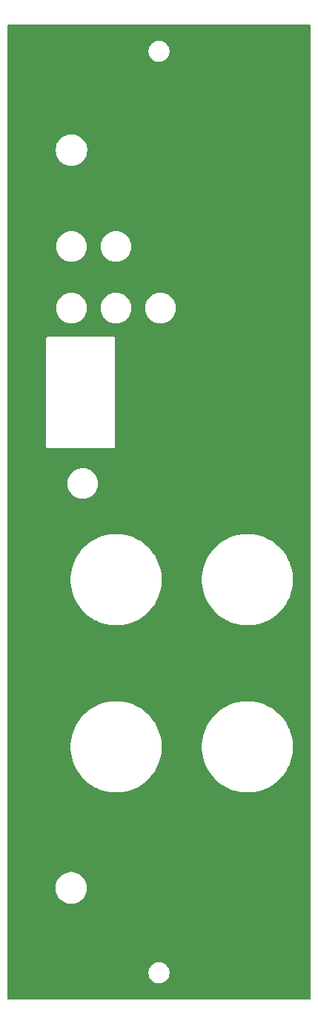
<source format=gbr>
%TF.GenerationSoftware,KiCad,Pcbnew,9.0.6-9.0.6~ubuntu24.04.1*%
%TF.CreationDate,2025-11-15T19:24:54+01:00*%
%TF.ProjectId,EEZ DIB DCP405plus front mask,45455a20-4449-4422-9044-435034303570,r4B2*%
%TF.SameCoordinates,Original*%
%TF.FileFunction,Copper,L1,Top*%
%TF.FilePolarity,Positive*%
%FSLAX46Y46*%
G04 Gerber Fmt 4.6, Leading zero omitted, Abs format (unit mm)*
G04 Created by KiCad (PCBNEW 9.0.6-9.0.6~ubuntu24.04.1) date 2025-11-15 19:24:54*
%MOMM*%
%LPD*%
G01*
G04 APERTURE LIST*
G04 APERTURE END LIST*
%TA.AperFunction,NonConductor*%
G36*
X175242539Y-38720185D02*
G01*
X175288294Y-38772989D01*
X175299500Y-38824500D01*
X175299500Y-149675500D01*
X175279815Y-149742539D01*
X175227011Y-149788294D01*
X175175500Y-149799500D01*
X140824500Y-149799500D01*
X140757461Y-149779815D01*
X140711706Y-149727011D01*
X140700500Y-149675500D01*
X140700500Y-146655513D01*
X156799500Y-146655513D01*
X156799500Y-146844486D01*
X156829059Y-147031118D01*
X156887454Y-147210836D01*
X156967545Y-147368022D01*
X156973240Y-147379199D01*
X157084310Y-147532073D01*
X157217927Y-147665690D01*
X157370801Y-147776760D01*
X157450347Y-147817290D01*
X157539163Y-147862545D01*
X157539165Y-147862545D01*
X157539168Y-147862547D01*
X157635497Y-147893846D01*
X157718881Y-147920940D01*
X157905514Y-147950500D01*
X157905519Y-147950500D01*
X158094486Y-147950500D01*
X158281118Y-147920940D01*
X158460832Y-147862547D01*
X158629199Y-147776760D01*
X158782073Y-147665690D01*
X158915690Y-147532073D01*
X159026760Y-147379199D01*
X159112547Y-147210832D01*
X159170940Y-147031118D01*
X159178706Y-146982083D01*
X159200500Y-146844486D01*
X159200500Y-146655513D01*
X159170940Y-146468881D01*
X159112545Y-146289163D01*
X159026759Y-146120800D01*
X158915690Y-145967927D01*
X158782073Y-145834310D01*
X158629199Y-145723240D01*
X158460836Y-145637454D01*
X158281118Y-145579059D01*
X158094486Y-145549500D01*
X158094481Y-145549500D01*
X157905519Y-145549500D01*
X157905514Y-145549500D01*
X157718881Y-145579059D01*
X157539163Y-145637454D01*
X157370800Y-145723240D01*
X157283579Y-145786610D01*
X157217927Y-145834310D01*
X157217925Y-145834312D01*
X157217924Y-145834312D01*
X157084312Y-145967924D01*
X157084312Y-145967925D01*
X157084310Y-145967927D01*
X157036610Y-146033579D01*
X156973240Y-146120800D01*
X156887454Y-146289163D01*
X156829059Y-146468881D01*
X156799500Y-146655513D01*
X140700500Y-146655513D01*
X140700500Y-136944494D01*
X146169500Y-136944494D01*
X146169500Y-137180503D01*
X146169501Y-137180519D01*
X146200306Y-137414509D01*
X146261394Y-137642492D01*
X146351714Y-137860544D01*
X146351719Y-137860555D01*
X146422677Y-137983456D01*
X146469727Y-138064949D01*
X146469729Y-138064952D01*
X146469730Y-138064953D01*
X146613406Y-138252196D01*
X146613412Y-138252203D01*
X146780295Y-138419086D01*
X146780302Y-138419092D01*
X146830598Y-138457685D01*
X146967550Y-138562772D01*
X147098918Y-138638617D01*
X147171943Y-138680779D01*
X147171948Y-138680781D01*
X147171951Y-138680783D01*
X147390007Y-138771105D01*
X147617986Y-138832192D01*
X147851989Y-138862999D01*
X147851996Y-138862999D01*
X148088004Y-138862999D01*
X148088011Y-138862999D01*
X148322014Y-138832192D01*
X148549993Y-138771105D01*
X148768049Y-138680783D01*
X148972450Y-138562772D01*
X149159699Y-138419091D01*
X149326592Y-138252198D01*
X149470273Y-138064949D01*
X149588284Y-137860548D01*
X149678606Y-137642492D01*
X149739693Y-137414513D01*
X149770500Y-137180510D01*
X149770500Y-136944488D01*
X149739693Y-136710485D01*
X149678606Y-136482506D01*
X149588284Y-136264450D01*
X149588282Y-136264447D01*
X149588280Y-136264442D01*
X149524282Y-136153596D01*
X149470273Y-136060049D01*
X149326592Y-135872800D01*
X149326587Y-135872794D01*
X149159704Y-135705911D01*
X149159697Y-135705905D01*
X148972454Y-135562229D01*
X148972453Y-135562228D01*
X148972450Y-135562226D01*
X148890957Y-135515176D01*
X148768056Y-135444218D01*
X148768045Y-135444213D01*
X148549993Y-135353893D01*
X148322010Y-135292805D01*
X148088020Y-135262000D01*
X148088017Y-135261999D01*
X148088011Y-135261999D01*
X147851989Y-135261999D01*
X147851983Y-135261999D01*
X147851979Y-135262000D01*
X147617989Y-135292805D01*
X147390006Y-135353893D01*
X147171954Y-135444213D01*
X147171943Y-135444218D01*
X146967545Y-135562229D01*
X146780302Y-135705905D01*
X146780295Y-135705911D01*
X146613412Y-135872794D01*
X146613406Y-135872801D01*
X146469730Y-136060044D01*
X146351719Y-136264442D01*
X146351714Y-136264453D01*
X146261394Y-136482505D01*
X146200306Y-136710488D01*
X146169501Y-136944478D01*
X146169500Y-136944494D01*
X140700500Y-136944494D01*
X140700500Y-120772937D01*
X147899500Y-120772937D01*
X147899500Y-121227062D01*
X147939079Y-121679450D01*
X148017935Y-122126660D01*
X148017938Y-122126673D01*
X148135466Y-122565299D01*
X148135469Y-122565309D01*
X148135470Y-122565310D01*
X148290788Y-122992041D01*
X148290791Y-122992048D01*
X148290792Y-122992050D01*
X148482701Y-123403602D01*
X148482706Y-123403611D01*
X148709765Y-123796888D01*
X148709769Y-123796894D01*
X148709776Y-123796905D01*
X148970236Y-124168881D01*
X149032006Y-124242495D01*
X149262137Y-124516754D01*
X149583246Y-124837863D01*
X149727888Y-124959232D01*
X149931118Y-125129763D01*
X150303094Y-125390223D01*
X150303101Y-125390227D01*
X150303112Y-125390235D01*
X150627230Y-125577365D01*
X150696382Y-125617290D01*
X150696397Y-125617298D01*
X150843157Y-125685733D01*
X151107959Y-125809212D01*
X151534690Y-125964530D01*
X151534696Y-125964531D01*
X151534700Y-125964533D01*
X151654151Y-125996539D01*
X151973334Y-126082064D01*
X152420552Y-126160921D01*
X152872939Y-126200499D01*
X152872940Y-126200500D01*
X152872941Y-126200500D01*
X153327060Y-126200500D01*
X153327060Y-126200499D01*
X153779448Y-126160921D01*
X154226666Y-126082064D01*
X154665310Y-125964530D01*
X155092041Y-125809212D01*
X155503611Y-125617294D01*
X155896888Y-125390235D01*
X156268880Y-125129764D01*
X156616754Y-124837863D01*
X156937863Y-124516754D01*
X157229764Y-124168880D01*
X157490235Y-123796888D01*
X157717294Y-123403611D01*
X157909212Y-122992041D01*
X158064530Y-122565310D01*
X158182064Y-122126666D01*
X158260921Y-121679448D01*
X158300500Y-121227059D01*
X158300500Y-120772941D01*
X158300500Y-120772937D01*
X162899500Y-120772937D01*
X162899500Y-121227062D01*
X162939079Y-121679450D01*
X163017935Y-122126660D01*
X163017938Y-122126673D01*
X163135466Y-122565299D01*
X163135469Y-122565309D01*
X163135470Y-122565310D01*
X163290788Y-122992041D01*
X163290791Y-122992048D01*
X163290792Y-122992050D01*
X163482701Y-123403602D01*
X163482706Y-123403611D01*
X163709765Y-123796888D01*
X163709769Y-123796894D01*
X163709776Y-123796905D01*
X163970236Y-124168881D01*
X164032006Y-124242495D01*
X164262137Y-124516754D01*
X164583246Y-124837863D01*
X164727888Y-124959232D01*
X164931118Y-125129763D01*
X165303094Y-125390223D01*
X165303101Y-125390227D01*
X165303112Y-125390235D01*
X165627230Y-125577365D01*
X165696382Y-125617290D01*
X165696397Y-125617298D01*
X165843157Y-125685733D01*
X166107959Y-125809212D01*
X166534690Y-125964530D01*
X166534696Y-125964531D01*
X166534700Y-125964533D01*
X166654151Y-125996539D01*
X166973334Y-126082064D01*
X167420552Y-126160921D01*
X167872939Y-126200499D01*
X167872940Y-126200500D01*
X167872941Y-126200500D01*
X168327060Y-126200500D01*
X168327060Y-126200499D01*
X168779448Y-126160921D01*
X169226666Y-126082064D01*
X169665310Y-125964530D01*
X170092041Y-125809212D01*
X170503611Y-125617294D01*
X170896888Y-125390235D01*
X171268880Y-125129764D01*
X171616754Y-124837863D01*
X171937863Y-124516754D01*
X172229764Y-124168880D01*
X172490235Y-123796888D01*
X172717294Y-123403611D01*
X172909212Y-122992041D01*
X173064530Y-122565310D01*
X173182064Y-122126666D01*
X173260921Y-121679448D01*
X173300500Y-121227059D01*
X173300500Y-120772941D01*
X173260921Y-120320552D01*
X173182064Y-119873334D01*
X173064530Y-119434690D01*
X172909212Y-119007959D01*
X172717294Y-118596389D01*
X172490235Y-118203112D01*
X172490227Y-118203101D01*
X172490223Y-118203094D01*
X172229763Y-117831118D01*
X171937860Y-117483243D01*
X171616756Y-117162139D01*
X171268881Y-116870236D01*
X170896905Y-116609776D01*
X170896894Y-116609769D01*
X170896888Y-116609765D01*
X170780043Y-116542304D01*
X170503617Y-116382709D01*
X170503602Y-116382701D01*
X170092050Y-116190792D01*
X170092048Y-116190791D01*
X170092041Y-116190788D01*
X169665310Y-116035470D01*
X169665309Y-116035469D01*
X169665299Y-116035466D01*
X169226673Y-115917938D01*
X169226676Y-115917938D01*
X169226666Y-115917936D01*
X169163527Y-115906802D01*
X168779450Y-115839079D01*
X168327062Y-115799500D01*
X168327059Y-115799500D01*
X167872941Y-115799500D01*
X167872937Y-115799500D01*
X167420549Y-115839079D01*
X166973339Y-115917935D01*
X166973336Y-115917935D01*
X166973334Y-115917936D01*
X166973329Y-115917937D01*
X166973326Y-115917938D01*
X166534700Y-116035466D01*
X166321324Y-116113129D01*
X166107959Y-116190788D01*
X166107955Y-116190789D01*
X166107949Y-116190792D01*
X165696397Y-116382701D01*
X165696382Y-116382709D01*
X165303120Y-116609760D01*
X165303094Y-116609776D01*
X164931118Y-116870236D01*
X164583243Y-117162139D01*
X164262139Y-117483243D01*
X163970236Y-117831118D01*
X163709776Y-118203094D01*
X163709760Y-118203120D01*
X163482709Y-118596382D01*
X163482701Y-118596397D01*
X163290792Y-119007949D01*
X163135466Y-119434700D01*
X163017938Y-119873326D01*
X163017935Y-119873339D01*
X162939079Y-120320549D01*
X162899500Y-120772937D01*
X158300500Y-120772937D01*
X158260921Y-120320552D01*
X158182064Y-119873334D01*
X158064530Y-119434690D01*
X157909212Y-119007959D01*
X157717294Y-118596389D01*
X157490235Y-118203112D01*
X157490227Y-118203101D01*
X157490223Y-118203094D01*
X157229763Y-117831118D01*
X156937860Y-117483243D01*
X156616756Y-117162139D01*
X156268881Y-116870236D01*
X155896905Y-116609776D01*
X155896894Y-116609769D01*
X155896888Y-116609765D01*
X155780043Y-116542304D01*
X155503617Y-116382709D01*
X155503602Y-116382701D01*
X155092050Y-116190792D01*
X155092048Y-116190791D01*
X155092041Y-116190788D01*
X154665310Y-116035470D01*
X154665309Y-116035469D01*
X154665299Y-116035466D01*
X154226673Y-115917938D01*
X154226676Y-115917938D01*
X154226666Y-115917936D01*
X154163527Y-115906802D01*
X153779450Y-115839079D01*
X153327062Y-115799500D01*
X153327059Y-115799500D01*
X152872941Y-115799500D01*
X152872937Y-115799500D01*
X152420549Y-115839079D01*
X151973339Y-115917935D01*
X151973336Y-115917935D01*
X151973334Y-115917936D01*
X151973329Y-115917937D01*
X151973326Y-115917938D01*
X151534700Y-116035466D01*
X151321324Y-116113129D01*
X151107959Y-116190788D01*
X151107955Y-116190789D01*
X151107949Y-116190792D01*
X150696397Y-116382701D01*
X150696382Y-116382709D01*
X150303120Y-116609760D01*
X150303094Y-116609776D01*
X149931118Y-116870236D01*
X149583243Y-117162139D01*
X149262139Y-117483243D01*
X148970236Y-117831118D01*
X148709776Y-118203094D01*
X148709760Y-118203120D01*
X148482709Y-118596382D01*
X148482701Y-118596397D01*
X148290792Y-119007949D01*
X148135466Y-119434700D01*
X148017938Y-119873326D01*
X148017935Y-119873339D01*
X147939079Y-120320549D01*
X147899500Y-120772937D01*
X140700500Y-120772937D01*
X140700500Y-101722937D01*
X147899500Y-101722937D01*
X147899500Y-102177062D01*
X147939079Y-102629450D01*
X148017935Y-103076660D01*
X148017938Y-103076673D01*
X148135466Y-103515299D01*
X148135469Y-103515309D01*
X148135470Y-103515310D01*
X148290788Y-103942041D01*
X148290791Y-103942048D01*
X148290792Y-103942050D01*
X148482701Y-104353602D01*
X148482706Y-104353611D01*
X148709765Y-104746888D01*
X148709769Y-104746894D01*
X148709776Y-104746905D01*
X148970236Y-105118881D01*
X149032006Y-105192495D01*
X149262137Y-105466754D01*
X149583246Y-105787863D01*
X149727888Y-105909232D01*
X149931118Y-106079763D01*
X150303094Y-106340223D01*
X150303101Y-106340227D01*
X150303112Y-106340235D01*
X150627230Y-106527365D01*
X150696382Y-106567290D01*
X150696397Y-106567298D01*
X150843157Y-106635733D01*
X151107959Y-106759212D01*
X151534690Y-106914530D01*
X151534696Y-106914531D01*
X151534700Y-106914533D01*
X151654151Y-106946539D01*
X151973334Y-107032064D01*
X152420552Y-107110921D01*
X152872939Y-107150499D01*
X152872940Y-107150500D01*
X152872941Y-107150500D01*
X153327060Y-107150500D01*
X153327060Y-107150499D01*
X153779448Y-107110921D01*
X154226666Y-107032064D01*
X154665310Y-106914530D01*
X155092041Y-106759212D01*
X155503611Y-106567294D01*
X155896888Y-106340235D01*
X156268880Y-106079764D01*
X156616754Y-105787863D01*
X156937863Y-105466754D01*
X157229764Y-105118880D01*
X157490235Y-104746888D01*
X157717294Y-104353611D01*
X157909212Y-103942041D01*
X158064530Y-103515310D01*
X158182064Y-103076666D01*
X158260921Y-102629448D01*
X158300500Y-102177059D01*
X158300500Y-101722941D01*
X158300500Y-101722937D01*
X162899500Y-101722937D01*
X162899500Y-102177062D01*
X162939079Y-102629450D01*
X163017935Y-103076660D01*
X163017938Y-103076673D01*
X163135466Y-103515299D01*
X163135469Y-103515309D01*
X163135470Y-103515310D01*
X163290788Y-103942041D01*
X163290791Y-103942048D01*
X163290792Y-103942050D01*
X163482701Y-104353602D01*
X163482706Y-104353611D01*
X163709765Y-104746888D01*
X163709769Y-104746894D01*
X163709776Y-104746905D01*
X163970236Y-105118881D01*
X164032006Y-105192495D01*
X164262137Y-105466754D01*
X164583246Y-105787863D01*
X164727888Y-105909232D01*
X164931118Y-106079763D01*
X165303094Y-106340223D01*
X165303101Y-106340227D01*
X165303112Y-106340235D01*
X165627230Y-106527365D01*
X165696382Y-106567290D01*
X165696397Y-106567298D01*
X165843157Y-106635733D01*
X166107959Y-106759212D01*
X166534690Y-106914530D01*
X166534696Y-106914531D01*
X166534700Y-106914533D01*
X166654151Y-106946539D01*
X166973334Y-107032064D01*
X167420552Y-107110921D01*
X167872939Y-107150499D01*
X167872940Y-107150500D01*
X167872941Y-107150500D01*
X168327060Y-107150500D01*
X168327060Y-107150499D01*
X168779448Y-107110921D01*
X169226666Y-107032064D01*
X169665310Y-106914530D01*
X170092041Y-106759212D01*
X170503611Y-106567294D01*
X170896888Y-106340235D01*
X171268880Y-106079764D01*
X171616754Y-105787863D01*
X171937863Y-105466754D01*
X172229764Y-105118880D01*
X172490235Y-104746888D01*
X172717294Y-104353611D01*
X172909212Y-103942041D01*
X173064530Y-103515310D01*
X173182064Y-103076666D01*
X173260921Y-102629448D01*
X173300500Y-102177059D01*
X173300500Y-101722941D01*
X173260921Y-101270552D01*
X173182064Y-100823334D01*
X173064530Y-100384690D01*
X172909212Y-99957959D01*
X172717294Y-99546389D01*
X172490235Y-99153112D01*
X172490227Y-99153101D01*
X172490223Y-99153094D01*
X172229763Y-98781118D01*
X171937860Y-98433243D01*
X171616756Y-98112139D01*
X171268881Y-97820236D01*
X170896905Y-97559776D01*
X170896894Y-97559769D01*
X170896888Y-97559765D01*
X170780043Y-97492304D01*
X170503617Y-97332709D01*
X170503602Y-97332701D01*
X170092050Y-97140792D01*
X170092048Y-97140791D01*
X170092041Y-97140788D01*
X169665310Y-96985470D01*
X169665309Y-96985469D01*
X169665299Y-96985466D01*
X169226673Y-96867938D01*
X169226676Y-96867938D01*
X169226666Y-96867936D01*
X169163527Y-96856802D01*
X168779450Y-96789079D01*
X168327062Y-96749500D01*
X168327059Y-96749500D01*
X167872941Y-96749500D01*
X167872937Y-96749500D01*
X167420549Y-96789079D01*
X166973339Y-96867935D01*
X166973336Y-96867935D01*
X166973334Y-96867936D01*
X166973329Y-96867937D01*
X166973326Y-96867938D01*
X166534700Y-96985466D01*
X166321324Y-97063129D01*
X166107959Y-97140788D01*
X166107955Y-97140789D01*
X166107949Y-97140792D01*
X165696397Y-97332701D01*
X165696382Y-97332709D01*
X165303120Y-97559760D01*
X165303094Y-97559776D01*
X164931118Y-97820236D01*
X164583243Y-98112139D01*
X164262139Y-98433243D01*
X163970236Y-98781118D01*
X163709776Y-99153094D01*
X163709760Y-99153120D01*
X163482709Y-99546382D01*
X163482701Y-99546397D01*
X163290792Y-99957949D01*
X163135466Y-100384700D01*
X163017938Y-100823326D01*
X163017935Y-100823339D01*
X162939079Y-101270549D01*
X162899500Y-101722937D01*
X158300500Y-101722937D01*
X158260921Y-101270552D01*
X158182064Y-100823334D01*
X158064530Y-100384690D01*
X157909212Y-99957959D01*
X157717294Y-99546389D01*
X157490235Y-99153112D01*
X157490227Y-99153101D01*
X157490223Y-99153094D01*
X157229763Y-98781118D01*
X156937860Y-98433243D01*
X156616756Y-98112139D01*
X156268881Y-97820236D01*
X155896905Y-97559776D01*
X155896894Y-97559769D01*
X155896888Y-97559765D01*
X155780043Y-97492304D01*
X155503617Y-97332709D01*
X155503602Y-97332701D01*
X155092050Y-97140792D01*
X155092048Y-97140791D01*
X155092041Y-97140788D01*
X154665310Y-96985470D01*
X154665309Y-96985469D01*
X154665299Y-96985466D01*
X154226673Y-96867938D01*
X154226676Y-96867938D01*
X154226666Y-96867936D01*
X154163527Y-96856802D01*
X153779450Y-96789079D01*
X153327062Y-96749500D01*
X153327059Y-96749500D01*
X152872941Y-96749500D01*
X152872937Y-96749500D01*
X152420549Y-96789079D01*
X151973339Y-96867935D01*
X151973336Y-96867935D01*
X151973334Y-96867936D01*
X151973329Y-96867937D01*
X151973326Y-96867938D01*
X151534700Y-96985466D01*
X151321324Y-97063129D01*
X151107959Y-97140788D01*
X151107955Y-97140789D01*
X151107949Y-97140792D01*
X150696397Y-97332701D01*
X150696382Y-97332709D01*
X150303120Y-97559760D01*
X150303094Y-97559776D01*
X149931118Y-97820236D01*
X149583243Y-98112139D01*
X149262139Y-98433243D01*
X148970236Y-98781118D01*
X148709776Y-99153094D01*
X148709760Y-99153120D01*
X148482709Y-99546382D01*
X148482701Y-99546397D01*
X148290792Y-99957949D01*
X148135466Y-100384700D01*
X148017938Y-100823326D01*
X148017935Y-100823339D01*
X147939079Y-101270549D01*
X147899500Y-101722937D01*
X140700500Y-101722937D01*
X140700500Y-90885258D01*
X147549500Y-90885258D01*
X147549500Y-91114741D01*
X147574446Y-91304215D01*
X147579452Y-91342238D01*
X147579453Y-91342240D01*
X147638842Y-91563887D01*
X147726650Y-91775876D01*
X147726657Y-91775890D01*
X147841392Y-91974617D01*
X147981081Y-92156661D01*
X147981089Y-92156670D01*
X148143330Y-92318911D01*
X148143338Y-92318918D01*
X148325382Y-92458607D01*
X148325385Y-92458608D01*
X148325388Y-92458611D01*
X148524112Y-92573344D01*
X148524117Y-92573346D01*
X148524123Y-92573349D01*
X148615480Y-92611190D01*
X148736113Y-92661158D01*
X148957762Y-92720548D01*
X149185266Y-92750500D01*
X149185273Y-92750500D01*
X149414727Y-92750500D01*
X149414734Y-92750500D01*
X149642238Y-92720548D01*
X149863887Y-92661158D01*
X150075888Y-92573344D01*
X150274612Y-92458611D01*
X150456661Y-92318919D01*
X150456665Y-92318914D01*
X150456670Y-92318911D01*
X150618911Y-92156670D01*
X150618914Y-92156665D01*
X150618919Y-92156661D01*
X150758611Y-91974612D01*
X150873344Y-91775888D01*
X150961158Y-91563887D01*
X151020548Y-91342238D01*
X151050500Y-91114734D01*
X151050500Y-90885266D01*
X151020548Y-90657762D01*
X150961158Y-90436113D01*
X150911190Y-90315480D01*
X150873349Y-90224123D01*
X150873346Y-90224117D01*
X150873344Y-90224112D01*
X150758611Y-90025388D01*
X150758608Y-90025385D01*
X150758607Y-90025382D01*
X150657764Y-89893962D01*
X150618919Y-89843339D01*
X150618918Y-89843338D01*
X150618911Y-89843330D01*
X150456670Y-89681089D01*
X150456661Y-89681081D01*
X150274617Y-89541392D01*
X150075890Y-89426657D01*
X150075876Y-89426650D01*
X149863887Y-89338842D01*
X149642238Y-89279452D01*
X149604215Y-89274446D01*
X149414741Y-89249500D01*
X149414734Y-89249500D01*
X149185266Y-89249500D01*
X149185258Y-89249500D01*
X148968715Y-89278009D01*
X148957762Y-89279452D01*
X148864076Y-89304554D01*
X148736112Y-89338842D01*
X148524123Y-89426650D01*
X148524109Y-89426657D01*
X148325382Y-89541392D01*
X148143338Y-89681081D01*
X147981081Y-89843338D01*
X147841392Y-90025382D01*
X147726657Y-90224109D01*
X147726650Y-90224123D01*
X147638842Y-90436112D01*
X147579453Y-90657759D01*
X147579451Y-90657770D01*
X147549500Y-90885258D01*
X140700500Y-90885258D01*
X140700500Y-74460116D01*
X145099500Y-74460116D01*
X145099500Y-74460118D01*
X145099500Y-86839882D01*
X145130024Y-86913574D01*
X145186426Y-86969976D01*
X145260118Y-87000500D01*
X145260120Y-87000500D01*
X152839880Y-87000500D01*
X152839882Y-87000500D01*
X152913574Y-86969976D01*
X152969976Y-86913574D01*
X153000500Y-86839882D01*
X153000500Y-74460118D01*
X152969976Y-74386426D01*
X152913574Y-74330024D01*
X152839883Y-74299500D01*
X152839882Y-74299500D01*
X145339882Y-74299500D01*
X145260118Y-74299500D01*
X145260116Y-74299500D01*
X145186425Y-74330024D01*
X145130024Y-74386425D01*
X145099500Y-74460116D01*
X140700500Y-74460116D01*
X140700500Y-70885258D01*
X146249500Y-70885258D01*
X146249500Y-71114741D01*
X146274446Y-71304215D01*
X146279452Y-71342238D01*
X146279453Y-71342240D01*
X146338842Y-71563887D01*
X146426650Y-71775876D01*
X146426657Y-71775890D01*
X146541392Y-71974617D01*
X146681081Y-72156661D01*
X146681089Y-72156670D01*
X146843330Y-72318911D01*
X146843338Y-72318918D01*
X147025382Y-72458607D01*
X147025385Y-72458608D01*
X147025388Y-72458611D01*
X147224112Y-72573344D01*
X147224117Y-72573346D01*
X147224123Y-72573349D01*
X147315480Y-72611190D01*
X147436113Y-72661158D01*
X147657762Y-72720548D01*
X147885266Y-72750500D01*
X147885273Y-72750500D01*
X148114727Y-72750500D01*
X148114734Y-72750500D01*
X148342238Y-72720548D01*
X148563887Y-72661158D01*
X148775888Y-72573344D01*
X148974612Y-72458611D01*
X149156661Y-72318919D01*
X149156665Y-72318914D01*
X149156670Y-72318911D01*
X149318911Y-72156670D01*
X149318914Y-72156665D01*
X149318919Y-72156661D01*
X149458611Y-71974612D01*
X149573344Y-71775888D01*
X149661158Y-71563887D01*
X149720548Y-71342238D01*
X149750500Y-71114734D01*
X149750500Y-70885266D01*
X149750499Y-70885258D01*
X151329500Y-70885258D01*
X151329500Y-71114741D01*
X151354446Y-71304215D01*
X151359452Y-71342238D01*
X151359453Y-71342240D01*
X151418842Y-71563887D01*
X151506650Y-71775876D01*
X151506657Y-71775890D01*
X151621392Y-71974617D01*
X151761081Y-72156661D01*
X151761089Y-72156670D01*
X151923330Y-72318911D01*
X151923338Y-72318918D01*
X152105382Y-72458607D01*
X152105385Y-72458608D01*
X152105388Y-72458611D01*
X152304112Y-72573344D01*
X152304117Y-72573346D01*
X152304123Y-72573349D01*
X152395480Y-72611190D01*
X152516113Y-72661158D01*
X152737762Y-72720548D01*
X152965266Y-72750500D01*
X152965273Y-72750500D01*
X153194727Y-72750500D01*
X153194734Y-72750500D01*
X153422238Y-72720548D01*
X153643887Y-72661158D01*
X153855888Y-72573344D01*
X154054612Y-72458611D01*
X154236661Y-72318919D01*
X154236665Y-72318914D01*
X154236670Y-72318911D01*
X154398911Y-72156670D01*
X154398914Y-72156665D01*
X154398919Y-72156661D01*
X154538611Y-71974612D01*
X154653344Y-71775888D01*
X154741158Y-71563887D01*
X154800548Y-71342238D01*
X154830500Y-71114734D01*
X154830500Y-70885266D01*
X154830499Y-70885258D01*
X156409500Y-70885258D01*
X156409500Y-71114741D01*
X156434446Y-71304215D01*
X156439452Y-71342238D01*
X156439453Y-71342240D01*
X156498842Y-71563887D01*
X156586650Y-71775876D01*
X156586657Y-71775890D01*
X156701392Y-71974617D01*
X156841081Y-72156661D01*
X156841089Y-72156670D01*
X157003330Y-72318911D01*
X157003338Y-72318918D01*
X157185382Y-72458607D01*
X157185385Y-72458608D01*
X157185388Y-72458611D01*
X157384112Y-72573344D01*
X157384117Y-72573346D01*
X157384123Y-72573349D01*
X157475480Y-72611190D01*
X157596113Y-72661158D01*
X157817762Y-72720548D01*
X158045266Y-72750500D01*
X158045273Y-72750500D01*
X158274727Y-72750500D01*
X158274734Y-72750500D01*
X158502238Y-72720548D01*
X158723887Y-72661158D01*
X158935888Y-72573344D01*
X159134612Y-72458611D01*
X159316661Y-72318919D01*
X159316665Y-72318914D01*
X159316670Y-72318911D01*
X159478911Y-72156670D01*
X159478914Y-72156665D01*
X159478919Y-72156661D01*
X159618611Y-71974612D01*
X159733344Y-71775888D01*
X159821158Y-71563887D01*
X159880548Y-71342238D01*
X159910500Y-71114734D01*
X159910500Y-70885266D01*
X159880548Y-70657762D01*
X159821158Y-70436113D01*
X159771190Y-70315480D01*
X159733349Y-70224123D01*
X159733346Y-70224117D01*
X159733344Y-70224112D01*
X159618611Y-70025388D01*
X159618608Y-70025385D01*
X159618607Y-70025382D01*
X159517764Y-69893962D01*
X159478919Y-69843339D01*
X159478918Y-69843338D01*
X159478911Y-69843330D01*
X159316670Y-69681089D01*
X159316661Y-69681081D01*
X159134617Y-69541392D01*
X158935890Y-69426657D01*
X158935876Y-69426650D01*
X158723887Y-69338842D01*
X158502238Y-69279452D01*
X158464215Y-69274446D01*
X158274741Y-69249500D01*
X158274734Y-69249500D01*
X158045266Y-69249500D01*
X158045258Y-69249500D01*
X157828715Y-69278009D01*
X157817762Y-69279452D01*
X157724076Y-69304554D01*
X157596112Y-69338842D01*
X157384123Y-69426650D01*
X157384109Y-69426657D01*
X157185382Y-69541392D01*
X157003338Y-69681081D01*
X156841081Y-69843338D01*
X156701392Y-70025382D01*
X156586657Y-70224109D01*
X156586650Y-70224123D01*
X156498842Y-70436112D01*
X156439453Y-70657759D01*
X156439451Y-70657770D01*
X156409500Y-70885258D01*
X154830499Y-70885258D01*
X154800548Y-70657762D01*
X154741158Y-70436113D01*
X154691190Y-70315480D01*
X154653349Y-70224123D01*
X154653346Y-70224117D01*
X154653344Y-70224112D01*
X154538611Y-70025388D01*
X154538608Y-70025385D01*
X154538607Y-70025382D01*
X154437764Y-69893962D01*
X154398919Y-69843339D01*
X154398918Y-69843338D01*
X154398911Y-69843330D01*
X154236670Y-69681089D01*
X154236661Y-69681081D01*
X154054617Y-69541392D01*
X153855890Y-69426657D01*
X153855876Y-69426650D01*
X153643887Y-69338842D01*
X153422238Y-69279452D01*
X153384215Y-69274446D01*
X153194741Y-69249500D01*
X153194734Y-69249500D01*
X152965266Y-69249500D01*
X152965258Y-69249500D01*
X152748715Y-69278009D01*
X152737762Y-69279452D01*
X152644076Y-69304554D01*
X152516112Y-69338842D01*
X152304123Y-69426650D01*
X152304109Y-69426657D01*
X152105382Y-69541392D01*
X151923338Y-69681081D01*
X151761081Y-69843338D01*
X151621392Y-70025382D01*
X151506657Y-70224109D01*
X151506650Y-70224123D01*
X151418842Y-70436112D01*
X151359453Y-70657759D01*
X151359451Y-70657770D01*
X151329500Y-70885258D01*
X149750499Y-70885258D01*
X149720548Y-70657762D01*
X149661158Y-70436113D01*
X149611190Y-70315480D01*
X149573349Y-70224123D01*
X149573346Y-70224117D01*
X149573344Y-70224112D01*
X149458611Y-70025388D01*
X149458608Y-70025385D01*
X149458607Y-70025382D01*
X149357764Y-69893962D01*
X149318919Y-69843339D01*
X149318918Y-69843338D01*
X149318911Y-69843330D01*
X149156670Y-69681089D01*
X149156661Y-69681081D01*
X148974617Y-69541392D01*
X148775890Y-69426657D01*
X148775876Y-69426650D01*
X148563887Y-69338842D01*
X148342238Y-69279452D01*
X148304215Y-69274446D01*
X148114741Y-69249500D01*
X148114734Y-69249500D01*
X147885266Y-69249500D01*
X147885258Y-69249500D01*
X147668715Y-69278009D01*
X147657762Y-69279452D01*
X147564076Y-69304554D01*
X147436112Y-69338842D01*
X147224123Y-69426650D01*
X147224109Y-69426657D01*
X147025382Y-69541392D01*
X146843338Y-69681081D01*
X146681081Y-69843338D01*
X146541392Y-70025382D01*
X146426657Y-70224109D01*
X146426650Y-70224123D01*
X146338842Y-70436112D01*
X146279453Y-70657759D01*
X146279451Y-70657770D01*
X146249500Y-70885258D01*
X140700500Y-70885258D01*
X140700500Y-63885258D01*
X146249500Y-63885258D01*
X146249500Y-64114741D01*
X146274446Y-64304215D01*
X146279452Y-64342238D01*
X146279453Y-64342240D01*
X146338842Y-64563887D01*
X146426650Y-64775876D01*
X146426657Y-64775890D01*
X146541392Y-64974617D01*
X146681081Y-65156661D01*
X146681089Y-65156670D01*
X146843330Y-65318911D01*
X146843338Y-65318918D01*
X147025382Y-65458607D01*
X147025385Y-65458608D01*
X147025388Y-65458611D01*
X147224112Y-65573344D01*
X147224117Y-65573346D01*
X147224123Y-65573349D01*
X147315480Y-65611190D01*
X147436113Y-65661158D01*
X147657762Y-65720548D01*
X147885266Y-65750500D01*
X147885273Y-65750500D01*
X148114727Y-65750500D01*
X148114734Y-65750500D01*
X148342238Y-65720548D01*
X148563887Y-65661158D01*
X148775888Y-65573344D01*
X148974612Y-65458611D01*
X149156661Y-65318919D01*
X149156665Y-65318914D01*
X149156670Y-65318911D01*
X149318911Y-65156670D01*
X149318914Y-65156665D01*
X149318919Y-65156661D01*
X149458611Y-64974612D01*
X149573344Y-64775888D01*
X149661158Y-64563887D01*
X149720548Y-64342238D01*
X149750500Y-64114734D01*
X149750500Y-63885266D01*
X149750499Y-63885258D01*
X151329500Y-63885258D01*
X151329500Y-64114741D01*
X151354446Y-64304215D01*
X151359452Y-64342238D01*
X151359453Y-64342240D01*
X151418842Y-64563887D01*
X151506650Y-64775876D01*
X151506657Y-64775890D01*
X151621392Y-64974617D01*
X151761081Y-65156661D01*
X151761089Y-65156670D01*
X151923330Y-65318911D01*
X151923338Y-65318918D01*
X152105382Y-65458607D01*
X152105385Y-65458608D01*
X152105388Y-65458611D01*
X152304112Y-65573344D01*
X152304117Y-65573346D01*
X152304123Y-65573349D01*
X152395480Y-65611190D01*
X152516113Y-65661158D01*
X152737762Y-65720548D01*
X152965266Y-65750500D01*
X152965273Y-65750500D01*
X153194727Y-65750500D01*
X153194734Y-65750500D01*
X153422238Y-65720548D01*
X153643887Y-65661158D01*
X153855888Y-65573344D01*
X154054612Y-65458611D01*
X154236661Y-65318919D01*
X154236665Y-65318914D01*
X154236670Y-65318911D01*
X154398911Y-65156670D01*
X154398914Y-65156665D01*
X154398919Y-65156661D01*
X154538611Y-64974612D01*
X154653344Y-64775888D01*
X154741158Y-64563887D01*
X154800548Y-64342238D01*
X154830500Y-64114734D01*
X154830500Y-63885266D01*
X154800548Y-63657762D01*
X154741158Y-63436113D01*
X154691190Y-63315480D01*
X154653349Y-63224123D01*
X154653346Y-63224117D01*
X154653344Y-63224112D01*
X154538611Y-63025388D01*
X154538608Y-63025385D01*
X154538607Y-63025382D01*
X154437764Y-62893962D01*
X154398919Y-62843339D01*
X154398918Y-62843338D01*
X154398911Y-62843330D01*
X154236670Y-62681089D01*
X154236661Y-62681081D01*
X154054617Y-62541392D01*
X153855890Y-62426657D01*
X153855876Y-62426650D01*
X153643887Y-62338842D01*
X153422238Y-62279452D01*
X153384215Y-62274446D01*
X153194741Y-62249500D01*
X153194734Y-62249500D01*
X152965266Y-62249500D01*
X152965258Y-62249500D01*
X152748715Y-62278009D01*
X152737762Y-62279452D01*
X152644076Y-62304554D01*
X152516112Y-62338842D01*
X152304123Y-62426650D01*
X152304109Y-62426657D01*
X152105382Y-62541392D01*
X151923338Y-62681081D01*
X151761081Y-62843338D01*
X151621392Y-63025382D01*
X151506657Y-63224109D01*
X151506650Y-63224123D01*
X151418842Y-63436112D01*
X151359453Y-63657759D01*
X151359451Y-63657770D01*
X151329500Y-63885258D01*
X149750499Y-63885258D01*
X149720548Y-63657762D01*
X149661158Y-63436113D01*
X149611190Y-63315480D01*
X149573349Y-63224123D01*
X149573346Y-63224117D01*
X149573344Y-63224112D01*
X149458611Y-63025388D01*
X149458608Y-63025385D01*
X149458607Y-63025382D01*
X149357764Y-62893962D01*
X149318919Y-62843339D01*
X149318918Y-62843338D01*
X149318911Y-62843330D01*
X149156670Y-62681089D01*
X149156661Y-62681081D01*
X148974617Y-62541392D01*
X148775890Y-62426657D01*
X148775876Y-62426650D01*
X148563887Y-62338842D01*
X148342238Y-62279452D01*
X148304215Y-62274446D01*
X148114741Y-62249500D01*
X148114734Y-62249500D01*
X147885266Y-62249500D01*
X147885258Y-62249500D01*
X147668715Y-62278009D01*
X147657762Y-62279452D01*
X147564076Y-62304554D01*
X147436112Y-62338842D01*
X147224123Y-62426650D01*
X147224109Y-62426657D01*
X147025382Y-62541392D01*
X146843338Y-62681081D01*
X146681081Y-62843338D01*
X146541392Y-63025382D01*
X146426657Y-63224109D01*
X146426650Y-63224123D01*
X146338842Y-63436112D01*
X146279453Y-63657759D01*
X146279451Y-63657770D01*
X146249500Y-63885258D01*
X140700500Y-63885258D01*
X140700500Y-52881995D01*
X146199500Y-52881995D01*
X146199500Y-53118004D01*
X146199501Y-53118020D01*
X146230306Y-53352010D01*
X146291394Y-53579993D01*
X146381714Y-53798045D01*
X146381719Y-53798056D01*
X146452677Y-53920957D01*
X146499727Y-54002450D01*
X146499729Y-54002453D01*
X146499730Y-54002454D01*
X146643406Y-54189697D01*
X146643412Y-54189704D01*
X146810295Y-54356587D01*
X146810302Y-54356593D01*
X146860598Y-54395186D01*
X146997550Y-54500273D01*
X147128918Y-54576118D01*
X147201943Y-54618280D01*
X147201948Y-54618282D01*
X147201951Y-54618284D01*
X147420007Y-54708606D01*
X147647986Y-54769693D01*
X147881989Y-54800500D01*
X147881996Y-54800500D01*
X148118004Y-54800500D01*
X148118011Y-54800500D01*
X148352014Y-54769693D01*
X148579993Y-54708606D01*
X148798049Y-54618284D01*
X149002450Y-54500273D01*
X149189699Y-54356592D01*
X149356592Y-54189699D01*
X149500273Y-54002450D01*
X149618284Y-53798049D01*
X149708606Y-53579993D01*
X149769693Y-53352014D01*
X149800500Y-53118011D01*
X149800500Y-52881989D01*
X149769693Y-52647986D01*
X149708606Y-52420007D01*
X149618284Y-52201951D01*
X149618282Y-52201948D01*
X149618280Y-52201943D01*
X149554282Y-52091097D01*
X149500273Y-51997550D01*
X149356592Y-51810301D01*
X149356587Y-51810295D01*
X149189704Y-51643412D01*
X149189697Y-51643406D01*
X149002454Y-51499730D01*
X149002453Y-51499729D01*
X149002450Y-51499727D01*
X148920957Y-51452677D01*
X148798056Y-51381719D01*
X148798045Y-51381714D01*
X148579993Y-51291394D01*
X148352010Y-51230306D01*
X148118020Y-51199501D01*
X148118017Y-51199500D01*
X148118011Y-51199500D01*
X147881989Y-51199500D01*
X147881983Y-51199500D01*
X147881979Y-51199501D01*
X147647989Y-51230306D01*
X147420006Y-51291394D01*
X147201954Y-51381714D01*
X147201943Y-51381719D01*
X146997545Y-51499730D01*
X146810302Y-51643406D01*
X146810295Y-51643412D01*
X146643412Y-51810295D01*
X146643406Y-51810302D01*
X146499730Y-51997545D01*
X146381719Y-52201943D01*
X146381714Y-52201954D01*
X146291394Y-52420006D01*
X146230306Y-52647989D01*
X146199501Y-52881979D01*
X146199500Y-52881995D01*
X140700500Y-52881995D01*
X140700500Y-41655513D01*
X156799500Y-41655513D01*
X156799500Y-41844486D01*
X156829059Y-42031118D01*
X156887454Y-42210836D01*
X156967545Y-42368022D01*
X156973240Y-42379199D01*
X157084310Y-42532073D01*
X157217927Y-42665690D01*
X157370801Y-42776760D01*
X157450347Y-42817290D01*
X157539163Y-42862545D01*
X157539165Y-42862545D01*
X157539168Y-42862547D01*
X157635497Y-42893846D01*
X157718881Y-42920940D01*
X157905514Y-42950500D01*
X157905519Y-42950500D01*
X158094486Y-42950500D01*
X158281118Y-42920940D01*
X158460832Y-42862547D01*
X158629199Y-42776760D01*
X158782073Y-42665690D01*
X158915690Y-42532073D01*
X159026760Y-42379199D01*
X159112547Y-42210832D01*
X159170940Y-42031118D01*
X159178706Y-41982083D01*
X159200500Y-41844486D01*
X159200500Y-41655513D01*
X159170940Y-41468881D01*
X159112545Y-41289163D01*
X159026759Y-41120800D01*
X158915690Y-40967927D01*
X158782073Y-40834310D01*
X158629199Y-40723240D01*
X158460836Y-40637454D01*
X158281118Y-40579059D01*
X158094486Y-40549500D01*
X158094481Y-40549500D01*
X157905519Y-40549500D01*
X157905514Y-40549500D01*
X157718881Y-40579059D01*
X157539163Y-40637454D01*
X157370800Y-40723240D01*
X157283579Y-40786610D01*
X157217927Y-40834310D01*
X157217925Y-40834312D01*
X157217924Y-40834312D01*
X157084312Y-40967924D01*
X157084312Y-40967925D01*
X157084310Y-40967927D01*
X157036610Y-41033579D01*
X156973240Y-41120800D01*
X156887454Y-41289163D01*
X156829059Y-41468881D01*
X156799500Y-41655513D01*
X140700500Y-41655513D01*
X140700500Y-38824500D01*
X140720185Y-38757461D01*
X140772989Y-38711706D01*
X140824500Y-38700500D01*
X175175500Y-38700500D01*
X175242539Y-38720185D01*
G37*
%TD.AperFunction*%
M02*

</source>
